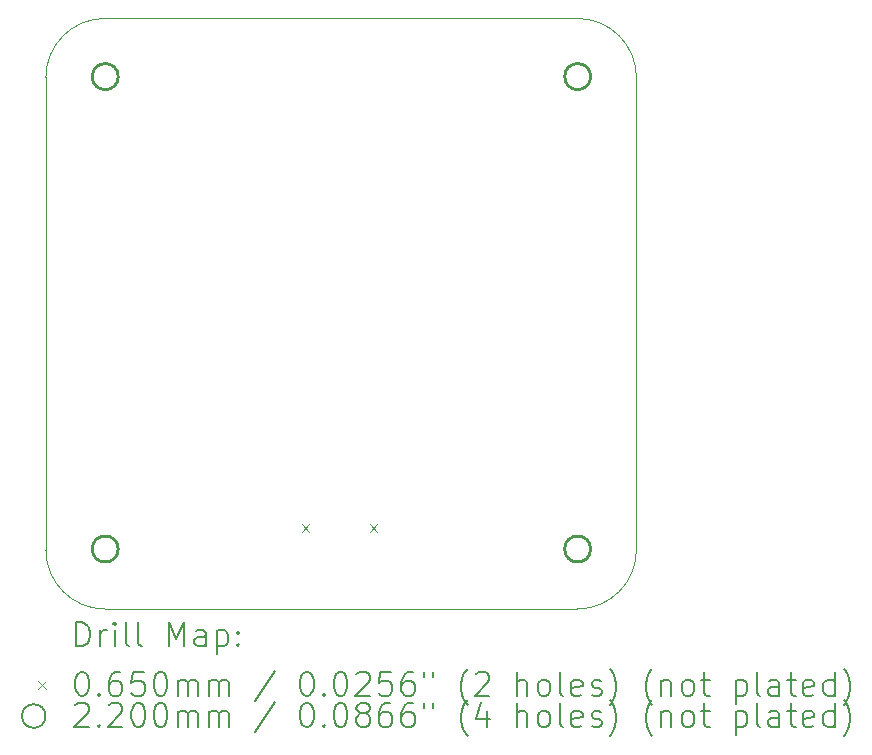
<source format=gbr>
%TF.GenerationSoftware,KiCad,Pcbnew,8.0.1*%
%TF.CreationDate,2025-02-17T15:06:25+05:00*%
%TF.ProjectId,brain_board,62726169-6e5f-4626-9f61-72642e6b6963,rev?*%
%TF.SameCoordinates,Original*%
%TF.FileFunction,Drillmap*%
%TF.FilePolarity,Positive*%
%FSLAX45Y45*%
G04 Gerber Fmt 4.5, Leading zero omitted, Abs format (unit mm)*
G04 Created by KiCad (PCBNEW 8.0.1) date 2025-02-17 15:06:25*
%MOMM*%
%LPD*%
G01*
G04 APERTURE LIST*
%ADD10C,0.050000*%
%ADD11C,0.200000*%
%ADD12C,0.100000*%
%ADD13C,0.220000*%
G04 APERTURE END LIST*
D10*
X13646248Y-6375000D02*
X17646248Y-6375000D01*
X18146248Y-10875000D02*
G75*
G02*
X17646248Y-11374998I-499998J0D01*
G01*
X13646248Y-11375000D02*
G75*
G02*
X13146250Y-10875000I2J500000D01*
G01*
X18146248Y-6875000D02*
X18146248Y-10875000D01*
X17646248Y-6375000D02*
G75*
G02*
X18146250Y-6875000I2J-500000D01*
G01*
X13146248Y-6875000D02*
G75*
G02*
X13646248Y-6374998I500002J0D01*
G01*
X13146248Y-10875000D02*
X13146248Y-6875000D01*
X17646248Y-11375000D02*
X13646248Y-11375000D01*
D11*
D12*
X15311000Y-10655000D02*
X15376000Y-10720000D01*
X15376000Y-10655000D02*
X15311000Y-10720000D01*
X15889000Y-10655000D02*
X15954000Y-10720000D01*
X15954000Y-10655000D02*
X15889000Y-10720000D01*
D13*
X13758748Y-6867500D02*
G75*
G02*
X13538748Y-6867500I-110000J0D01*
G01*
X13538748Y-6867500D02*
G75*
G02*
X13758748Y-6867500I110000J0D01*
G01*
X13758748Y-10867500D02*
G75*
G02*
X13538748Y-10867500I-110000J0D01*
G01*
X13538748Y-10867500D02*
G75*
G02*
X13758748Y-10867500I110000J0D01*
G01*
X17758748Y-6867500D02*
G75*
G02*
X17538748Y-6867500I-110000J0D01*
G01*
X17538748Y-6867500D02*
G75*
G02*
X17758748Y-6867500I110000J0D01*
G01*
X17758748Y-10867500D02*
G75*
G02*
X17538748Y-10867500I-110000J0D01*
G01*
X17538748Y-10867500D02*
G75*
G02*
X17758748Y-10867500I110000J0D01*
G01*
D11*
X13404525Y-11688984D02*
X13404525Y-11488984D01*
X13404525Y-11488984D02*
X13452144Y-11488984D01*
X13452144Y-11488984D02*
X13480715Y-11498508D01*
X13480715Y-11498508D02*
X13499763Y-11517555D01*
X13499763Y-11517555D02*
X13509287Y-11536603D01*
X13509287Y-11536603D02*
X13518810Y-11574698D01*
X13518810Y-11574698D02*
X13518810Y-11603269D01*
X13518810Y-11603269D02*
X13509287Y-11641365D01*
X13509287Y-11641365D02*
X13499763Y-11660412D01*
X13499763Y-11660412D02*
X13480715Y-11679460D01*
X13480715Y-11679460D02*
X13452144Y-11688984D01*
X13452144Y-11688984D02*
X13404525Y-11688984D01*
X13604525Y-11688984D02*
X13604525Y-11555650D01*
X13604525Y-11593746D02*
X13614048Y-11574698D01*
X13614048Y-11574698D02*
X13623572Y-11565174D01*
X13623572Y-11565174D02*
X13642620Y-11555650D01*
X13642620Y-11555650D02*
X13661668Y-11555650D01*
X13728334Y-11688984D02*
X13728334Y-11555650D01*
X13728334Y-11488984D02*
X13718810Y-11498508D01*
X13718810Y-11498508D02*
X13728334Y-11508031D01*
X13728334Y-11508031D02*
X13737858Y-11498508D01*
X13737858Y-11498508D02*
X13728334Y-11488984D01*
X13728334Y-11488984D02*
X13728334Y-11508031D01*
X13852144Y-11688984D02*
X13833096Y-11679460D01*
X13833096Y-11679460D02*
X13823572Y-11660412D01*
X13823572Y-11660412D02*
X13823572Y-11488984D01*
X13956906Y-11688984D02*
X13937858Y-11679460D01*
X13937858Y-11679460D02*
X13928334Y-11660412D01*
X13928334Y-11660412D02*
X13928334Y-11488984D01*
X14185477Y-11688984D02*
X14185477Y-11488984D01*
X14185477Y-11488984D02*
X14252144Y-11631841D01*
X14252144Y-11631841D02*
X14318810Y-11488984D01*
X14318810Y-11488984D02*
X14318810Y-11688984D01*
X14499763Y-11688984D02*
X14499763Y-11584222D01*
X14499763Y-11584222D02*
X14490239Y-11565174D01*
X14490239Y-11565174D02*
X14471191Y-11555650D01*
X14471191Y-11555650D02*
X14433096Y-11555650D01*
X14433096Y-11555650D02*
X14414048Y-11565174D01*
X14499763Y-11679460D02*
X14480715Y-11688984D01*
X14480715Y-11688984D02*
X14433096Y-11688984D01*
X14433096Y-11688984D02*
X14414048Y-11679460D01*
X14414048Y-11679460D02*
X14404525Y-11660412D01*
X14404525Y-11660412D02*
X14404525Y-11641365D01*
X14404525Y-11641365D02*
X14414048Y-11622317D01*
X14414048Y-11622317D02*
X14433096Y-11612793D01*
X14433096Y-11612793D02*
X14480715Y-11612793D01*
X14480715Y-11612793D02*
X14499763Y-11603269D01*
X14595001Y-11555650D02*
X14595001Y-11755650D01*
X14595001Y-11565174D02*
X14614048Y-11555650D01*
X14614048Y-11555650D02*
X14652144Y-11555650D01*
X14652144Y-11555650D02*
X14671191Y-11565174D01*
X14671191Y-11565174D02*
X14680715Y-11574698D01*
X14680715Y-11574698D02*
X14690239Y-11593746D01*
X14690239Y-11593746D02*
X14690239Y-11650888D01*
X14690239Y-11650888D02*
X14680715Y-11669936D01*
X14680715Y-11669936D02*
X14671191Y-11679460D01*
X14671191Y-11679460D02*
X14652144Y-11688984D01*
X14652144Y-11688984D02*
X14614048Y-11688984D01*
X14614048Y-11688984D02*
X14595001Y-11679460D01*
X14775953Y-11669936D02*
X14785477Y-11679460D01*
X14785477Y-11679460D02*
X14775953Y-11688984D01*
X14775953Y-11688984D02*
X14766429Y-11679460D01*
X14766429Y-11679460D02*
X14775953Y-11669936D01*
X14775953Y-11669936D02*
X14775953Y-11688984D01*
X14775953Y-11565174D02*
X14785477Y-11574698D01*
X14785477Y-11574698D02*
X14775953Y-11584222D01*
X14775953Y-11584222D02*
X14766429Y-11574698D01*
X14766429Y-11574698D02*
X14775953Y-11565174D01*
X14775953Y-11565174D02*
X14775953Y-11584222D01*
D12*
X13078748Y-11985000D02*
X13143748Y-12050000D01*
X13143748Y-11985000D02*
X13078748Y-12050000D01*
D11*
X13442620Y-11908984D02*
X13461668Y-11908984D01*
X13461668Y-11908984D02*
X13480715Y-11918508D01*
X13480715Y-11918508D02*
X13490239Y-11928031D01*
X13490239Y-11928031D02*
X13499763Y-11947079D01*
X13499763Y-11947079D02*
X13509287Y-11985174D01*
X13509287Y-11985174D02*
X13509287Y-12032793D01*
X13509287Y-12032793D02*
X13499763Y-12070888D01*
X13499763Y-12070888D02*
X13490239Y-12089936D01*
X13490239Y-12089936D02*
X13480715Y-12099460D01*
X13480715Y-12099460D02*
X13461668Y-12108984D01*
X13461668Y-12108984D02*
X13442620Y-12108984D01*
X13442620Y-12108984D02*
X13423572Y-12099460D01*
X13423572Y-12099460D02*
X13414048Y-12089936D01*
X13414048Y-12089936D02*
X13404525Y-12070888D01*
X13404525Y-12070888D02*
X13395001Y-12032793D01*
X13395001Y-12032793D02*
X13395001Y-11985174D01*
X13395001Y-11985174D02*
X13404525Y-11947079D01*
X13404525Y-11947079D02*
X13414048Y-11928031D01*
X13414048Y-11928031D02*
X13423572Y-11918508D01*
X13423572Y-11918508D02*
X13442620Y-11908984D01*
X13595001Y-12089936D02*
X13604525Y-12099460D01*
X13604525Y-12099460D02*
X13595001Y-12108984D01*
X13595001Y-12108984D02*
X13585477Y-12099460D01*
X13585477Y-12099460D02*
X13595001Y-12089936D01*
X13595001Y-12089936D02*
X13595001Y-12108984D01*
X13775953Y-11908984D02*
X13737858Y-11908984D01*
X13737858Y-11908984D02*
X13718810Y-11918508D01*
X13718810Y-11918508D02*
X13709287Y-11928031D01*
X13709287Y-11928031D02*
X13690239Y-11956603D01*
X13690239Y-11956603D02*
X13680715Y-11994698D01*
X13680715Y-11994698D02*
X13680715Y-12070888D01*
X13680715Y-12070888D02*
X13690239Y-12089936D01*
X13690239Y-12089936D02*
X13699763Y-12099460D01*
X13699763Y-12099460D02*
X13718810Y-12108984D01*
X13718810Y-12108984D02*
X13756906Y-12108984D01*
X13756906Y-12108984D02*
X13775953Y-12099460D01*
X13775953Y-12099460D02*
X13785477Y-12089936D01*
X13785477Y-12089936D02*
X13795001Y-12070888D01*
X13795001Y-12070888D02*
X13795001Y-12023269D01*
X13795001Y-12023269D02*
X13785477Y-12004222D01*
X13785477Y-12004222D02*
X13775953Y-11994698D01*
X13775953Y-11994698D02*
X13756906Y-11985174D01*
X13756906Y-11985174D02*
X13718810Y-11985174D01*
X13718810Y-11985174D02*
X13699763Y-11994698D01*
X13699763Y-11994698D02*
X13690239Y-12004222D01*
X13690239Y-12004222D02*
X13680715Y-12023269D01*
X13975953Y-11908984D02*
X13880715Y-11908984D01*
X13880715Y-11908984D02*
X13871191Y-12004222D01*
X13871191Y-12004222D02*
X13880715Y-11994698D01*
X13880715Y-11994698D02*
X13899763Y-11985174D01*
X13899763Y-11985174D02*
X13947382Y-11985174D01*
X13947382Y-11985174D02*
X13966429Y-11994698D01*
X13966429Y-11994698D02*
X13975953Y-12004222D01*
X13975953Y-12004222D02*
X13985477Y-12023269D01*
X13985477Y-12023269D02*
X13985477Y-12070888D01*
X13985477Y-12070888D02*
X13975953Y-12089936D01*
X13975953Y-12089936D02*
X13966429Y-12099460D01*
X13966429Y-12099460D02*
X13947382Y-12108984D01*
X13947382Y-12108984D02*
X13899763Y-12108984D01*
X13899763Y-12108984D02*
X13880715Y-12099460D01*
X13880715Y-12099460D02*
X13871191Y-12089936D01*
X14109287Y-11908984D02*
X14128334Y-11908984D01*
X14128334Y-11908984D02*
X14147382Y-11918508D01*
X14147382Y-11918508D02*
X14156906Y-11928031D01*
X14156906Y-11928031D02*
X14166429Y-11947079D01*
X14166429Y-11947079D02*
X14175953Y-11985174D01*
X14175953Y-11985174D02*
X14175953Y-12032793D01*
X14175953Y-12032793D02*
X14166429Y-12070888D01*
X14166429Y-12070888D02*
X14156906Y-12089936D01*
X14156906Y-12089936D02*
X14147382Y-12099460D01*
X14147382Y-12099460D02*
X14128334Y-12108984D01*
X14128334Y-12108984D02*
X14109287Y-12108984D01*
X14109287Y-12108984D02*
X14090239Y-12099460D01*
X14090239Y-12099460D02*
X14080715Y-12089936D01*
X14080715Y-12089936D02*
X14071191Y-12070888D01*
X14071191Y-12070888D02*
X14061668Y-12032793D01*
X14061668Y-12032793D02*
X14061668Y-11985174D01*
X14061668Y-11985174D02*
X14071191Y-11947079D01*
X14071191Y-11947079D02*
X14080715Y-11928031D01*
X14080715Y-11928031D02*
X14090239Y-11918508D01*
X14090239Y-11918508D02*
X14109287Y-11908984D01*
X14261668Y-12108984D02*
X14261668Y-11975650D01*
X14261668Y-11994698D02*
X14271191Y-11985174D01*
X14271191Y-11985174D02*
X14290239Y-11975650D01*
X14290239Y-11975650D02*
X14318810Y-11975650D01*
X14318810Y-11975650D02*
X14337858Y-11985174D01*
X14337858Y-11985174D02*
X14347382Y-12004222D01*
X14347382Y-12004222D02*
X14347382Y-12108984D01*
X14347382Y-12004222D02*
X14356906Y-11985174D01*
X14356906Y-11985174D02*
X14375953Y-11975650D01*
X14375953Y-11975650D02*
X14404525Y-11975650D01*
X14404525Y-11975650D02*
X14423572Y-11985174D01*
X14423572Y-11985174D02*
X14433096Y-12004222D01*
X14433096Y-12004222D02*
X14433096Y-12108984D01*
X14528334Y-12108984D02*
X14528334Y-11975650D01*
X14528334Y-11994698D02*
X14537858Y-11985174D01*
X14537858Y-11985174D02*
X14556906Y-11975650D01*
X14556906Y-11975650D02*
X14585477Y-11975650D01*
X14585477Y-11975650D02*
X14604525Y-11985174D01*
X14604525Y-11985174D02*
X14614049Y-12004222D01*
X14614049Y-12004222D02*
X14614049Y-12108984D01*
X14614049Y-12004222D02*
X14623572Y-11985174D01*
X14623572Y-11985174D02*
X14642620Y-11975650D01*
X14642620Y-11975650D02*
X14671191Y-11975650D01*
X14671191Y-11975650D02*
X14690239Y-11985174D01*
X14690239Y-11985174D02*
X14699763Y-12004222D01*
X14699763Y-12004222D02*
X14699763Y-12108984D01*
X15090239Y-11899460D02*
X14918811Y-12156603D01*
X15347382Y-11908984D02*
X15366430Y-11908984D01*
X15366430Y-11908984D02*
X15385477Y-11918508D01*
X15385477Y-11918508D02*
X15395001Y-11928031D01*
X15395001Y-11928031D02*
X15404525Y-11947079D01*
X15404525Y-11947079D02*
X15414049Y-11985174D01*
X15414049Y-11985174D02*
X15414049Y-12032793D01*
X15414049Y-12032793D02*
X15404525Y-12070888D01*
X15404525Y-12070888D02*
X15395001Y-12089936D01*
X15395001Y-12089936D02*
X15385477Y-12099460D01*
X15385477Y-12099460D02*
X15366430Y-12108984D01*
X15366430Y-12108984D02*
X15347382Y-12108984D01*
X15347382Y-12108984D02*
X15328334Y-12099460D01*
X15328334Y-12099460D02*
X15318811Y-12089936D01*
X15318811Y-12089936D02*
X15309287Y-12070888D01*
X15309287Y-12070888D02*
X15299763Y-12032793D01*
X15299763Y-12032793D02*
X15299763Y-11985174D01*
X15299763Y-11985174D02*
X15309287Y-11947079D01*
X15309287Y-11947079D02*
X15318811Y-11928031D01*
X15318811Y-11928031D02*
X15328334Y-11918508D01*
X15328334Y-11918508D02*
X15347382Y-11908984D01*
X15499763Y-12089936D02*
X15509287Y-12099460D01*
X15509287Y-12099460D02*
X15499763Y-12108984D01*
X15499763Y-12108984D02*
X15490239Y-12099460D01*
X15490239Y-12099460D02*
X15499763Y-12089936D01*
X15499763Y-12089936D02*
X15499763Y-12108984D01*
X15633096Y-11908984D02*
X15652144Y-11908984D01*
X15652144Y-11908984D02*
X15671192Y-11918508D01*
X15671192Y-11918508D02*
X15680715Y-11928031D01*
X15680715Y-11928031D02*
X15690239Y-11947079D01*
X15690239Y-11947079D02*
X15699763Y-11985174D01*
X15699763Y-11985174D02*
X15699763Y-12032793D01*
X15699763Y-12032793D02*
X15690239Y-12070888D01*
X15690239Y-12070888D02*
X15680715Y-12089936D01*
X15680715Y-12089936D02*
X15671192Y-12099460D01*
X15671192Y-12099460D02*
X15652144Y-12108984D01*
X15652144Y-12108984D02*
X15633096Y-12108984D01*
X15633096Y-12108984D02*
X15614049Y-12099460D01*
X15614049Y-12099460D02*
X15604525Y-12089936D01*
X15604525Y-12089936D02*
X15595001Y-12070888D01*
X15595001Y-12070888D02*
X15585477Y-12032793D01*
X15585477Y-12032793D02*
X15585477Y-11985174D01*
X15585477Y-11985174D02*
X15595001Y-11947079D01*
X15595001Y-11947079D02*
X15604525Y-11928031D01*
X15604525Y-11928031D02*
X15614049Y-11918508D01*
X15614049Y-11918508D02*
X15633096Y-11908984D01*
X15775953Y-11928031D02*
X15785477Y-11918508D01*
X15785477Y-11918508D02*
X15804525Y-11908984D01*
X15804525Y-11908984D02*
X15852144Y-11908984D01*
X15852144Y-11908984D02*
X15871192Y-11918508D01*
X15871192Y-11918508D02*
X15880715Y-11928031D01*
X15880715Y-11928031D02*
X15890239Y-11947079D01*
X15890239Y-11947079D02*
X15890239Y-11966127D01*
X15890239Y-11966127D02*
X15880715Y-11994698D01*
X15880715Y-11994698D02*
X15766430Y-12108984D01*
X15766430Y-12108984D02*
X15890239Y-12108984D01*
X16071192Y-11908984D02*
X15975953Y-11908984D01*
X15975953Y-11908984D02*
X15966430Y-12004222D01*
X15966430Y-12004222D02*
X15975953Y-11994698D01*
X15975953Y-11994698D02*
X15995001Y-11985174D01*
X15995001Y-11985174D02*
X16042620Y-11985174D01*
X16042620Y-11985174D02*
X16061668Y-11994698D01*
X16061668Y-11994698D02*
X16071192Y-12004222D01*
X16071192Y-12004222D02*
X16080715Y-12023269D01*
X16080715Y-12023269D02*
X16080715Y-12070888D01*
X16080715Y-12070888D02*
X16071192Y-12089936D01*
X16071192Y-12089936D02*
X16061668Y-12099460D01*
X16061668Y-12099460D02*
X16042620Y-12108984D01*
X16042620Y-12108984D02*
X15995001Y-12108984D01*
X15995001Y-12108984D02*
X15975953Y-12099460D01*
X15975953Y-12099460D02*
X15966430Y-12089936D01*
X16252144Y-11908984D02*
X16214049Y-11908984D01*
X16214049Y-11908984D02*
X16195001Y-11918508D01*
X16195001Y-11918508D02*
X16185477Y-11928031D01*
X16185477Y-11928031D02*
X16166430Y-11956603D01*
X16166430Y-11956603D02*
X16156906Y-11994698D01*
X16156906Y-11994698D02*
X16156906Y-12070888D01*
X16156906Y-12070888D02*
X16166430Y-12089936D01*
X16166430Y-12089936D02*
X16175953Y-12099460D01*
X16175953Y-12099460D02*
X16195001Y-12108984D01*
X16195001Y-12108984D02*
X16233096Y-12108984D01*
X16233096Y-12108984D02*
X16252144Y-12099460D01*
X16252144Y-12099460D02*
X16261668Y-12089936D01*
X16261668Y-12089936D02*
X16271192Y-12070888D01*
X16271192Y-12070888D02*
X16271192Y-12023269D01*
X16271192Y-12023269D02*
X16261668Y-12004222D01*
X16261668Y-12004222D02*
X16252144Y-11994698D01*
X16252144Y-11994698D02*
X16233096Y-11985174D01*
X16233096Y-11985174D02*
X16195001Y-11985174D01*
X16195001Y-11985174D02*
X16175953Y-11994698D01*
X16175953Y-11994698D02*
X16166430Y-12004222D01*
X16166430Y-12004222D02*
X16156906Y-12023269D01*
X16347382Y-11908984D02*
X16347382Y-11947079D01*
X16423573Y-11908984D02*
X16423573Y-11947079D01*
X16718811Y-12185174D02*
X16709287Y-12175650D01*
X16709287Y-12175650D02*
X16690239Y-12147079D01*
X16690239Y-12147079D02*
X16680715Y-12128031D01*
X16680715Y-12128031D02*
X16671192Y-12099460D01*
X16671192Y-12099460D02*
X16661668Y-12051841D01*
X16661668Y-12051841D02*
X16661668Y-12013746D01*
X16661668Y-12013746D02*
X16671192Y-11966127D01*
X16671192Y-11966127D02*
X16680715Y-11937555D01*
X16680715Y-11937555D02*
X16690239Y-11918508D01*
X16690239Y-11918508D02*
X16709287Y-11889936D01*
X16709287Y-11889936D02*
X16718811Y-11880412D01*
X16785477Y-11928031D02*
X16795001Y-11918508D01*
X16795001Y-11918508D02*
X16814049Y-11908984D01*
X16814049Y-11908984D02*
X16861668Y-11908984D01*
X16861668Y-11908984D02*
X16880716Y-11918508D01*
X16880716Y-11918508D02*
X16890239Y-11928031D01*
X16890239Y-11928031D02*
X16899763Y-11947079D01*
X16899763Y-11947079D02*
X16899763Y-11966127D01*
X16899763Y-11966127D02*
X16890239Y-11994698D01*
X16890239Y-11994698D02*
X16775954Y-12108984D01*
X16775954Y-12108984D02*
X16899763Y-12108984D01*
X17137858Y-12108984D02*
X17137858Y-11908984D01*
X17223573Y-12108984D02*
X17223573Y-12004222D01*
X17223573Y-12004222D02*
X17214049Y-11985174D01*
X17214049Y-11985174D02*
X17195001Y-11975650D01*
X17195001Y-11975650D02*
X17166430Y-11975650D01*
X17166430Y-11975650D02*
X17147382Y-11985174D01*
X17147382Y-11985174D02*
X17137858Y-11994698D01*
X17347382Y-12108984D02*
X17328335Y-12099460D01*
X17328335Y-12099460D02*
X17318811Y-12089936D01*
X17318811Y-12089936D02*
X17309287Y-12070888D01*
X17309287Y-12070888D02*
X17309287Y-12013746D01*
X17309287Y-12013746D02*
X17318811Y-11994698D01*
X17318811Y-11994698D02*
X17328335Y-11985174D01*
X17328335Y-11985174D02*
X17347382Y-11975650D01*
X17347382Y-11975650D02*
X17375954Y-11975650D01*
X17375954Y-11975650D02*
X17395001Y-11985174D01*
X17395001Y-11985174D02*
X17404525Y-11994698D01*
X17404525Y-11994698D02*
X17414049Y-12013746D01*
X17414049Y-12013746D02*
X17414049Y-12070888D01*
X17414049Y-12070888D02*
X17404525Y-12089936D01*
X17404525Y-12089936D02*
X17395001Y-12099460D01*
X17395001Y-12099460D02*
X17375954Y-12108984D01*
X17375954Y-12108984D02*
X17347382Y-12108984D01*
X17528335Y-12108984D02*
X17509287Y-12099460D01*
X17509287Y-12099460D02*
X17499763Y-12080412D01*
X17499763Y-12080412D02*
X17499763Y-11908984D01*
X17680716Y-12099460D02*
X17661668Y-12108984D01*
X17661668Y-12108984D02*
X17623573Y-12108984D01*
X17623573Y-12108984D02*
X17604525Y-12099460D01*
X17604525Y-12099460D02*
X17595001Y-12080412D01*
X17595001Y-12080412D02*
X17595001Y-12004222D01*
X17595001Y-12004222D02*
X17604525Y-11985174D01*
X17604525Y-11985174D02*
X17623573Y-11975650D01*
X17623573Y-11975650D02*
X17661668Y-11975650D01*
X17661668Y-11975650D02*
X17680716Y-11985174D01*
X17680716Y-11985174D02*
X17690239Y-12004222D01*
X17690239Y-12004222D02*
X17690239Y-12023269D01*
X17690239Y-12023269D02*
X17595001Y-12042317D01*
X17766430Y-12099460D02*
X17785478Y-12108984D01*
X17785478Y-12108984D02*
X17823573Y-12108984D01*
X17823573Y-12108984D02*
X17842620Y-12099460D01*
X17842620Y-12099460D02*
X17852144Y-12080412D01*
X17852144Y-12080412D02*
X17852144Y-12070888D01*
X17852144Y-12070888D02*
X17842620Y-12051841D01*
X17842620Y-12051841D02*
X17823573Y-12042317D01*
X17823573Y-12042317D02*
X17795001Y-12042317D01*
X17795001Y-12042317D02*
X17775954Y-12032793D01*
X17775954Y-12032793D02*
X17766430Y-12013746D01*
X17766430Y-12013746D02*
X17766430Y-12004222D01*
X17766430Y-12004222D02*
X17775954Y-11985174D01*
X17775954Y-11985174D02*
X17795001Y-11975650D01*
X17795001Y-11975650D02*
X17823573Y-11975650D01*
X17823573Y-11975650D02*
X17842620Y-11985174D01*
X17918811Y-12185174D02*
X17928335Y-12175650D01*
X17928335Y-12175650D02*
X17947382Y-12147079D01*
X17947382Y-12147079D02*
X17956906Y-12128031D01*
X17956906Y-12128031D02*
X17966430Y-12099460D01*
X17966430Y-12099460D02*
X17975954Y-12051841D01*
X17975954Y-12051841D02*
X17975954Y-12013746D01*
X17975954Y-12013746D02*
X17966430Y-11966127D01*
X17966430Y-11966127D02*
X17956906Y-11937555D01*
X17956906Y-11937555D02*
X17947382Y-11918508D01*
X17947382Y-11918508D02*
X17928335Y-11889936D01*
X17928335Y-11889936D02*
X17918811Y-11880412D01*
X18280716Y-12185174D02*
X18271192Y-12175650D01*
X18271192Y-12175650D02*
X18252144Y-12147079D01*
X18252144Y-12147079D02*
X18242620Y-12128031D01*
X18242620Y-12128031D02*
X18233097Y-12099460D01*
X18233097Y-12099460D02*
X18223573Y-12051841D01*
X18223573Y-12051841D02*
X18223573Y-12013746D01*
X18223573Y-12013746D02*
X18233097Y-11966127D01*
X18233097Y-11966127D02*
X18242620Y-11937555D01*
X18242620Y-11937555D02*
X18252144Y-11918508D01*
X18252144Y-11918508D02*
X18271192Y-11889936D01*
X18271192Y-11889936D02*
X18280716Y-11880412D01*
X18356906Y-11975650D02*
X18356906Y-12108984D01*
X18356906Y-11994698D02*
X18366430Y-11985174D01*
X18366430Y-11985174D02*
X18385478Y-11975650D01*
X18385478Y-11975650D02*
X18414049Y-11975650D01*
X18414049Y-11975650D02*
X18433097Y-11985174D01*
X18433097Y-11985174D02*
X18442620Y-12004222D01*
X18442620Y-12004222D02*
X18442620Y-12108984D01*
X18566430Y-12108984D02*
X18547382Y-12099460D01*
X18547382Y-12099460D02*
X18537859Y-12089936D01*
X18537859Y-12089936D02*
X18528335Y-12070888D01*
X18528335Y-12070888D02*
X18528335Y-12013746D01*
X18528335Y-12013746D02*
X18537859Y-11994698D01*
X18537859Y-11994698D02*
X18547382Y-11985174D01*
X18547382Y-11985174D02*
X18566430Y-11975650D01*
X18566430Y-11975650D02*
X18595001Y-11975650D01*
X18595001Y-11975650D02*
X18614049Y-11985174D01*
X18614049Y-11985174D02*
X18623573Y-11994698D01*
X18623573Y-11994698D02*
X18633097Y-12013746D01*
X18633097Y-12013746D02*
X18633097Y-12070888D01*
X18633097Y-12070888D02*
X18623573Y-12089936D01*
X18623573Y-12089936D02*
X18614049Y-12099460D01*
X18614049Y-12099460D02*
X18595001Y-12108984D01*
X18595001Y-12108984D02*
X18566430Y-12108984D01*
X18690240Y-11975650D02*
X18766430Y-11975650D01*
X18718811Y-11908984D02*
X18718811Y-12080412D01*
X18718811Y-12080412D02*
X18728335Y-12099460D01*
X18728335Y-12099460D02*
X18747382Y-12108984D01*
X18747382Y-12108984D02*
X18766430Y-12108984D01*
X18985478Y-11975650D02*
X18985478Y-12175650D01*
X18985478Y-11985174D02*
X19004525Y-11975650D01*
X19004525Y-11975650D02*
X19042621Y-11975650D01*
X19042621Y-11975650D02*
X19061668Y-11985174D01*
X19061668Y-11985174D02*
X19071192Y-11994698D01*
X19071192Y-11994698D02*
X19080716Y-12013746D01*
X19080716Y-12013746D02*
X19080716Y-12070888D01*
X19080716Y-12070888D02*
X19071192Y-12089936D01*
X19071192Y-12089936D02*
X19061668Y-12099460D01*
X19061668Y-12099460D02*
X19042621Y-12108984D01*
X19042621Y-12108984D02*
X19004525Y-12108984D01*
X19004525Y-12108984D02*
X18985478Y-12099460D01*
X19195001Y-12108984D02*
X19175954Y-12099460D01*
X19175954Y-12099460D02*
X19166430Y-12080412D01*
X19166430Y-12080412D02*
X19166430Y-11908984D01*
X19356906Y-12108984D02*
X19356906Y-12004222D01*
X19356906Y-12004222D02*
X19347382Y-11985174D01*
X19347382Y-11985174D02*
X19328335Y-11975650D01*
X19328335Y-11975650D02*
X19290240Y-11975650D01*
X19290240Y-11975650D02*
X19271192Y-11985174D01*
X19356906Y-12099460D02*
X19337859Y-12108984D01*
X19337859Y-12108984D02*
X19290240Y-12108984D01*
X19290240Y-12108984D02*
X19271192Y-12099460D01*
X19271192Y-12099460D02*
X19261668Y-12080412D01*
X19261668Y-12080412D02*
X19261668Y-12061365D01*
X19261668Y-12061365D02*
X19271192Y-12042317D01*
X19271192Y-12042317D02*
X19290240Y-12032793D01*
X19290240Y-12032793D02*
X19337859Y-12032793D01*
X19337859Y-12032793D02*
X19356906Y-12023269D01*
X19423573Y-11975650D02*
X19499763Y-11975650D01*
X19452144Y-11908984D02*
X19452144Y-12080412D01*
X19452144Y-12080412D02*
X19461668Y-12099460D01*
X19461668Y-12099460D02*
X19480716Y-12108984D01*
X19480716Y-12108984D02*
X19499763Y-12108984D01*
X19642621Y-12099460D02*
X19623573Y-12108984D01*
X19623573Y-12108984D02*
X19585478Y-12108984D01*
X19585478Y-12108984D02*
X19566430Y-12099460D01*
X19566430Y-12099460D02*
X19556906Y-12080412D01*
X19556906Y-12080412D02*
X19556906Y-12004222D01*
X19556906Y-12004222D02*
X19566430Y-11985174D01*
X19566430Y-11985174D02*
X19585478Y-11975650D01*
X19585478Y-11975650D02*
X19623573Y-11975650D01*
X19623573Y-11975650D02*
X19642621Y-11985174D01*
X19642621Y-11985174D02*
X19652144Y-12004222D01*
X19652144Y-12004222D02*
X19652144Y-12023269D01*
X19652144Y-12023269D02*
X19556906Y-12042317D01*
X19823573Y-12108984D02*
X19823573Y-11908984D01*
X19823573Y-12099460D02*
X19804525Y-12108984D01*
X19804525Y-12108984D02*
X19766430Y-12108984D01*
X19766430Y-12108984D02*
X19747382Y-12099460D01*
X19747382Y-12099460D02*
X19737859Y-12089936D01*
X19737859Y-12089936D02*
X19728335Y-12070888D01*
X19728335Y-12070888D02*
X19728335Y-12013746D01*
X19728335Y-12013746D02*
X19737859Y-11994698D01*
X19737859Y-11994698D02*
X19747382Y-11985174D01*
X19747382Y-11985174D02*
X19766430Y-11975650D01*
X19766430Y-11975650D02*
X19804525Y-11975650D01*
X19804525Y-11975650D02*
X19823573Y-11985174D01*
X19899763Y-12185174D02*
X19909287Y-12175650D01*
X19909287Y-12175650D02*
X19928335Y-12147079D01*
X19928335Y-12147079D02*
X19937859Y-12128031D01*
X19937859Y-12128031D02*
X19947382Y-12099460D01*
X19947382Y-12099460D02*
X19956906Y-12051841D01*
X19956906Y-12051841D02*
X19956906Y-12013746D01*
X19956906Y-12013746D02*
X19947382Y-11966127D01*
X19947382Y-11966127D02*
X19937859Y-11937555D01*
X19937859Y-11937555D02*
X19928335Y-11918508D01*
X19928335Y-11918508D02*
X19909287Y-11889936D01*
X19909287Y-11889936D02*
X19899763Y-11880412D01*
X13143748Y-12281500D02*
G75*
G02*
X12943748Y-12281500I-100000J0D01*
G01*
X12943748Y-12281500D02*
G75*
G02*
X13143748Y-12281500I100000J0D01*
G01*
X13395001Y-12192031D02*
X13404525Y-12182508D01*
X13404525Y-12182508D02*
X13423572Y-12172984D01*
X13423572Y-12172984D02*
X13471191Y-12172984D01*
X13471191Y-12172984D02*
X13490239Y-12182508D01*
X13490239Y-12182508D02*
X13499763Y-12192031D01*
X13499763Y-12192031D02*
X13509287Y-12211079D01*
X13509287Y-12211079D02*
X13509287Y-12230127D01*
X13509287Y-12230127D02*
X13499763Y-12258698D01*
X13499763Y-12258698D02*
X13385477Y-12372984D01*
X13385477Y-12372984D02*
X13509287Y-12372984D01*
X13595001Y-12353936D02*
X13604525Y-12363460D01*
X13604525Y-12363460D02*
X13595001Y-12372984D01*
X13595001Y-12372984D02*
X13585477Y-12363460D01*
X13585477Y-12363460D02*
X13595001Y-12353936D01*
X13595001Y-12353936D02*
X13595001Y-12372984D01*
X13680715Y-12192031D02*
X13690239Y-12182508D01*
X13690239Y-12182508D02*
X13709287Y-12172984D01*
X13709287Y-12172984D02*
X13756906Y-12172984D01*
X13756906Y-12172984D02*
X13775953Y-12182508D01*
X13775953Y-12182508D02*
X13785477Y-12192031D01*
X13785477Y-12192031D02*
X13795001Y-12211079D01*
X13795001Y-12211079D02*
X13795001Y-12230127D01*
X13795001Y-12230127D02*
X13785477Y-12258698D01*
X13785477Y-12258698D02*
X13671191Y-12372984D01*
X13671191Y-12372984D02*
X13795001Y-12372984D01*
X13918810Y-12172984D02*
X13937858Y-12172984D01*
X13937858Y-12172984D02*
X13956906Y-12182508D01*
X13956906Y-12182508D02*
X13966429Y-12192031D01*
X13966429Y-12192031D02*
X13975953Y-12211079D01*
X13975953Y-12211079D02*
X13985477Y-12249174D01*
X13985477Y-12249174D02*
X13985477Y-12296793D01*
X13985477Y-12296793D02*
X13975953Y-12334888D01*
X13975953Y-12334888D02*
X13966429Y-12353936D01*
X13966429Y-12353936D02*
X13956906Y-12363460D01*
X13956906Y-12363460D02*
X13937858Y-12372984D01*
X13937858Y-12372984D02*
X13918810Y-12372984D01*
X13918810Y-12372984D02*
X13899763Y-12363460D01*
X13899763Y-12363460D02*
X13890239Y-12353936D01*
X13890239Y-12353936D02*
X13880715Y-12334888D01*
X13880715Y-12334888D02*
X13871191Y-12296793D01*
X13871191Y-12296793D02*
X13871191Y-12249174D01*
X13871191Y-12249174D02*
X13880715Y-12211079D01*
X13880715Y-12211079D02*
X13890239Y-12192031D01*
X13890239Y-12192031D02*
X13899763Y-12182508D01*
X13899763Y-12182508D02*
X13918810Y-12172984D01*
X14109287Y-12172984D02*
X14128334Y-12172984D01*
X14128334Y-12172984D02*
X14147382Y-12182508D01*
X14147382Y-12182508D02*
X14156906Y-12192031D01*
X14156906Y-12192031D02*
X14166429Y-12211079D01*
X14166429Y-12211079D02*
X14175953Y-12249174D01*
X14175953Y-12249174D02*
X14175953Y-12296793D01*
X14175953Y-12296793D02*
X14166429Y-12334888D01*
X14166429Y-12334888D02*
X14156906Y-12353936D01*
X14156906Y-12353936D02*
X14147382Y-12363460D01*
X14147382Y-12363460D02*
X14128334Y-12372984D01*
X14128334Y-12372984D02*
X14109287Y-12372984D01*
X14109287Y-12372984D02*
X14090239Y-12363460D01*
X14090239Y-12363460D02*
X14080715Y-12353936D01*
X14080715Y-12353936D02*
X14071191Y-12334888D01*
X14071191Y-12334888D02*
X14061668Y-12296793D01*
X14061668Y-12296793D02*
X14061668Y-12249174D01*
X14061668Y-12249174D02*
X14071191Y-12211079D01*
X14071191Y-12211079D02*
X14080715Y-12192031D01*
X14080715Y-12192031D02*
X14090239Y-12182508D01*
X14090239Y-12182508D02*
X14109287Y-12172984D01*
X14261668Y-12372984D02*
X14261668Y-12239650D01*
X14261668Y-12258698D02*
X14271191Y-12249174D01*
X14271191Y-12249174D02*
X14290239Y-12239650D01*
X14290239Y-12239650D02*
X14318810Y-12239650D01*
X14318810Y-12239650D02*
X14337858Y-12249174D01*
X14337858Y-12249174D02*
X14347382Y-12268222D01*
X14347382Y-12268222D02*
X14347382Y-12372984D01*
X14347382Y-12268222D02*
X14356906Y-12249174D01*
X14356906Y-12249174D02*
X14375953Y-12239650D01*
X14375953Y-12239650D02*
X14404525Y-12239650D01*
X14404525Y-12239650D02*
X14423572Y-12249174D01*
X14423572Y-12249174D02*
X14433096Y-12268222D01*
X14433096Y-12268222D02*
X14433096Y-12372984D01*
X14528334Y-12372984D02*
X14528334Y-12239650D01*
X14528334Y-12258698D02*
X14537858Y-12249174D01*
X14537858Y-12249174D02*
X14556906Y-12239650D01*
X14556906Y-12239650D02*
X14585477Y-12239650D01*
X14585477Y-12239650D02*
X14604525Y-12249174D01*
X14604525Y-12249174D02*
X14614049Y-12268222D01*
X14614049Y-12268222D02*
X14614049Y-12372984D01*
X14614049Y-12268222D02*
X14623572Y-12249174D01*
X14623572Y-12249174D02*
X14642620Y-12239650D01*
X14642620Y-12239650D02*
X14671191Y-12239650D01*
X14671191Y-12239650D02*
X14690239Y-12249174D01*
X14690239Y-12249174D02*
X14699763Y-12268222D01*
X14699763Y-12268222D02*
X14699763Y-12372984D01*
X15090239Y-12163460D02*
X14918811Y-12420603D01*
X15347382Y-12172984D02*
X15366430Y-12172984D01*
X15366430Y-12172984D02*
X15385477Y-12182508D01*
X15385477Y-12182508D02*
X15395001Y-12192031D01*
X15395001Y-12192031D02*
X15404525Y-12211079D01*
X15404525Y-12211079D02*
X15414049Y-12249174D01*
X15414049Y-12249174D02*
X15414049Y-12296793D01*
X15414049Y-12296793D02*
X15404525Y-12334888D01*
X15404525Y-12334888D02*
X15395001Y-12353936D01*
X15395001Y-12353936D02*
X15385477Y-12363460D01*
X15385477Y-12363460D02*
X15366430Y-12372984D01*
X15366430Y-12372984D02*
X15347382Y-12372984D01*
X15347382Y-12372984D02*
X15328334Y-12363460D01*
X15328334Y-12363460D02*
X15318811Y-12353936D01*
X15318811Y-12353936D02*
X15309287Y-12334888D01*
X15309287Y-12334888D02*
X15299763Y-12296793D01*
X15299763Y-12296793D02*
X15299763Y-12249174D01*
X15299763Y-12249174D02*
X15309287Y-12211079D01*
X15309287Y-12211079D02*
X15318811Y-12192031D01*
X15318811Y-12192031D02*
X15328334Y-12182508D01*
X15328334Y-12182508D02*
X15347382Y-12172984D01*
X15499763Y-12353936D02*
X15509287Y-12363460D01*
X15509287Y-12363460D02*
X15499763Y-12372984D01*
X15499763Y-12372984D02*
X15490239Y-12363460D01*
X15490239Y-12363460D02*
X15499763Y-12353936D01*
X15499763Y-12353936D02*
X15499763Y-12372984D01*
X15633096Y-12172984D02*
X15652144Y-12172984D01*
X15652144Y-12172984D02*
X15671192Y-12182508D01*
X15671192Y-12182508D02*
X15680715Y-12192031D01*
X15680715Y-12192031D02*
X15690239Y-12211079D01*
X15690239Y-12211079D02*
X15699763Y-12249174D01*
X15699763Y-12249174D02*
X15699763Y-12296793D01*
X15699763Y-12296793D02*
X15690239Y-12334888D01*
X15690239Y-12334888D02*
X15680715Y-12353936D01*
X15680715Y-12353936D02*
X15671192Y-12363460D01*
X15671192Y-12363460D02*
X15652144Y-12372984D01*
X15652144Y-12372984D02*
X15633096Y-12372984D01*
X15633096Y-12372984D02*
X15614049Y-12363460D01*
X15614049Y-12363460D02*
X15604525Y-12353936D01*
X15604525Y-12353936D02*
X15595001Y-12334888D01*
X15595001Y-12334888D02*
X15585477Y-12296793D01*
X15585477Y-12296793D02*
X15585477Y-12249174D01*
X15585477Y-12249174D02*
X15595001Y-12211079D01*
X15595001Y-12211079D02*
X15604525Y-12192031D01*
X15604525Y-12192031D02*
X15614049Y-12182508D01*
X15614049Y-12182508D02*
X15633096Y-12172984D01*
X15814049Y-12258698D02*
X15795001Y-12249174D01*
X15795001Y-12249174D02*
X15785477Y-12239650D01*
X15785477Y-12239650D02*
X15775953Y-12220603D01*
X15775953Y-12220603D02*
X15775953Y-12211079D01*
X15775953Y-12211079D02*
X15785477Y-12192031D01*
X15785477Y-12192031D02*
X15795001Y-12182508D01*
X15795001Y-12182508D02*
X15814049Y-12172984D01*
X15814049Y-12172984D02*
X15852144Y-12172984D01*
X15852144Y-12172984D02*
X15871192Y-12182508D01*
X15871192Y-12182508D02*
X15880715Y-12192031D01*
X15880715Y-12192031D02*
X15890239Y-12211079D01*
X15890239Y-12211079D02*
X15890239Y-12220603D01*
X15890239Y-12220603D02*
X15880715Y-12239650D01*
X15880715Y-12239650D02*
X15871192Y-12249174D01*
X15871192Y-12249174D02*
X15852144Y-12258698D01*
X15852144Y-12258698D02*
X15814049Y-12258698D01*
X15814049Y-12258698D02*
X15795001Y-12268222D01*
X15795001Y-12268222D02*
X15785477Y-12277746D01*
X15785477Y-12277746D02*
X15775953Y-12296793D01*
X15775953Y-12296793D02*
X15775953Y-12334888D01*
X15775953Y-12334888D02*
X15785477Y-12353936D01*
X15785477Y-12353936D02*
X15795001Y-12363460D01*
X15795001Y-12363460D02*
X15814049Y-12372984D01*
X15814049Y-12372984D02*
X15852144Y-12372984D01*
X15852144Y-12372984D02*
X15871192Y-12363460D01*
X15871192Y-12363460D02*
X15880715Y-12353936D01*
X15880715Y-12353936D02*
X15890239Y-12334888D01*
X15890239Y-12334888D02*
X15890239Y-12296793D01*
X15890239Y-12296793D02*
X15880715Y-12277746D01*
X15880715Y-12277746D02*
X15871192Y-12268222D01*
X15871192Y-12268222D02*
X15852144Y-12258698D01*
X16061668Y-12172984D02*
X16023572Y-12172984D01*
X16023572Y-12172984D02*
X16004525Y-12182508D01*
X16004525Y-12182508D02*
X15995001Y-12192031D01*
X15995001Y-12192031D02*
X15975953Y-12220603D01*
X15975953Y-12220603D02*
X15966430Y-12258698D01*
X15966430Y-12258698D02*
X15966430Y-12334888D01*
X15966430Y-12334888D02*
X15975953Y-12353936D01*
X15975953Y-12353936D02*
X15985477Y-12363460D01*
X15985477Y-12363460D02*
X16004525Y-12372984D01*
X16004525Y-12372984D02*
X16042620Y-12372984D01*
X16042620Y-12372984D02*
X16061668Y-12363460D01*
X16061668Y-12363460D02*
X16071192Y-12353936D01*
X16071192Y-12353936D02*
X16080715Y-12334888D01*
X16080715Y-12334888D02*
X16080715Y-12287269D01*
X16080715Y-12287269D02*
X16071192Y-12268222D01*
X16071192Y-12268222D02*
X16061668Y-12258698D01*
X16061668Y-12258698D02*
X16042620Y-12249174D01*
X16042620Y-12249174D02*
X16004525Y-12249174D01*
X16004525Y-12249174D02*
X15985477Y-12258698D01*
X15985477Y-12258698D02*
X15975953Y-12268222D01*
X15975953Y-12268222D02*
X15966430Y-12287269D01*
X16252144Y-12172984D02*
X16214049Y-12172984D01*
X16214049Y-12172984D02*
X16195001Y-12182508D01*
X16195001Y-12182508D02*
X16185477Y-12192031D01*
X16185477Y-12192031D02*
X16166430Y-12220603D01*
X16166430Y-12220603D02*
X16156906Y-12258698D01*
X16156906Y-12258698D02*
X16156906Y-12334888D01*
X16156906Y-12334888D02*
X16166430Y-12353936D01*
X16166430Y-12353936D02*
X16175953Y-12363460D01*
X16175953Y-12363460D02*
X16195001Y-12372984D01*
X16195001Y-12372984D02*
X16233096Y-12372984D01*
X16233096Y-12372984D02*
X16252144Y-12363460D01*
X16252144Y-12363460D02*
X16261668Y-12353936D01*
X16261668Y-12353936D02*
X16271192Y-12334888D01*
X16271192Y-12334888D02*
X16271192Y-12287269D01*
X16271192Y-12287269D02*
X16261668Y-12268222D01*
X16261668Y-12268222D02*
X16252144Y-12258698D01*
X16252144Y-12258698D02*
X16233096Y-12249174D01*
X16233096Y-12249174D02*
X16195001Y-12249174D01*
X16195001Y-12249174D02*
X16175953Y-12258698D01*
X16175953Y-12258698D02*
X16166430Y-12268222D01*
X16166430Y-12268222D02*
X16156906Y-12287269D01*
X16347382Y-12172984D02*
X16347382Y-12211079D01*
X16423573Y-12172984D02*
X16423573Y-12211079D01*
X16718811Y-12449174D02*
X16709287Y-12439650D01*
X16709287Y-12439650D02*
X16690239Y-12411079D01*
X16690239Y-12411079D02*
X16680715Y-12392031D01*
X16680715Y-12392031D02*
X16671192Y-12363460D01*
X16671192Y-12363460D02*
X16661668Y-12315841D01*
X16661668Y-12315841D02*
X16661668Y-12277746D01*
X16661668Y-12277746D02*
X16671192Y-12230127D01*
X16671192Y-12230127D02*
X16680715Y-12201555D01*
X16680715Y-12201555D02*
X16690239Y-12182508D01*
X16690239Y-12182508D02*
X16709287Y-12153936D01*
X16709287Y-12153936D02*
X16718811Y-12144412D01*
X16880716Y-12239650D02*
X16880716Y-12372984D01*
X16833096Y-12163460D02*
X16785477Y-12306317D01*
X16785477Y-12306317D02*
X16909287Y-12306317D01*
X17137858Y-12372984D02*
X17137858Y-12172984D01*
X17223573Y-12372984D02*
X17223573Y-12268222D01*
X17223573Y-12268222D02*
X17214049Y-12249174D01*
X17214049Y-12249174D02*
X17195001Y-12239650D01*
X17195001Y-12239650D02*
X17166430Y-12239650D01*
X17166430Y-12239650D02*
X17147382Y-12249174D01*
X17147382Y-12249174D02*
X17137858Y-12258698D01*
X17347382Y-12372984D02*
X17328335Y-12363460D01*
X17328335Y-12363460D02*
X17318811Y-12353936D01*
X17318811Y-12353936D02*
X17309287Y-12334888D01*
X17309287Y-12334888D02*
X17309287Y-12277746D01*
X17309287Y-12277746D02*
X17318811Y-12258698D01*
X17318811Y-12258698D02*
X17328335Y-12249174D01*
X17328335Y-12249174D02*
X17347382Y-12239650D01*
X17347382Y-12239650D02*
X17375954Y-12239650D01*
X17375954Y-12239650D02*
X17395001Y-12249174D01*
X17395001Y-12249174D02*
X17404525Y-12258698D01*
X17404525Y-12258698D02*
X17414049Y-12277746D01*
X17414049Y-12277746D02*
X17414049Y-12334888D01*
X17414049Y-12334888D02*
X17404525Y-12353936D01*
X17404525Y-12353936D02*
X17395001Y-12363460D01*
X17395001Y-12363460D02*
X17375954Y-12372984D01*
X17375954Y-12372984D02*
X17347382Y-12372984D01*
X17528335Y-12372984D02*
X17509287Y-12363460D01*
X17509287Y-12363460D02*
X17499763Y-12344412D01*
X17499763Y-12344412D02*
X17499763Y-12172984D01*
X17680716Y-12363460D02*
X17661668Y-12372984D01*
X17661668Y-12372984D02*
X17623573Y-12372984D01*
X17623573Y-12372984D02*
X17604525Y-12363460D01*
X17604525Y-12363460D02*
X17595001Y-12344412D01*
X17595001Y-12344412D02*
X17595001Y-12268222D01*
X17595001Y-12268222D02*
X17604525Y-12249174D01*
X17604525Y-12249174D02*
X17623573Y-12239650D01*
X17623573Y-12239650D02*
X17661668Y-12239650D01*
X17661668Y-12239650D02*
X17680716Y-12249174D01*
X17680716Y-12249174D02*
X17690239Y-12268222D01*
X17690239Y-12268222D02*
X17690239Y-12287269D01*
X17690239Y-12287269D02*
X17595001Y-12306317D01*
X17766430Y-12363460D02*
X17785478Y-12372984D01*
X17785478Y-12372984D02*
X17823573Y-12372984D01*
X17823573Y-12372984D02*
X17842620Y-12363460D01*
X17842620Y-12363460D02*
X17852144Y-12344412D01*
X17852144Y-12344412D02*
X17852144Y-12334888D01*
X17852144Y-12334888D02*
X17842620Y-12315841D01*
X17842620Y-12315841D02*
X17823573Y-12306317D01*
X17823573Y-12306317D02*
X17795001Y-12306317D01*
X17795001Y-12306317D02*
X17775954Y-12296793D01*
X17775954Y-12296793D02*
X17766430Y-12277746D01*
X17766430Y-12277746D02*
X17766430Y-12268222D01*
X17766430Y-12268222D02*
X17775954Y-12249174D01*
X17775954Y-12249174D02*
X17795001Y-12239650D01*
X17795001Y-12239650D02*
X17823573Y-12239650D01*
X17823573Y-12239650D02*
X17842620Y-12249174D01*
X17918811Y-12449174D02*
X17928335Y-12439650D01*
X17928335Y-12439650D02*
X17947382Y-12411079D01*
X17947382Y-12411079D02*
X17956906Y-12392031D01*
X17956906Y-12392031D02*
X17966430Y-12363460D01*
X17966430Y-12363460D02*
X17975954Y-12315841D01*
X17975954Y-12315841D02*
X17975954Y-12277746D01*
X17975954Y-12277746D02*
X17966430Y-12230127D01*
X17966430Y-12230127D02*
X17956906Y-12201555D01*
X17956906Y-12201555D02*
X17947382Y-12182508D01*
X17947382Y-12182508D02*
X17928335Y-12153936D01*
X17928335Y-12153936D02*
X17918811Y-12144412D01*
X18280716Y-12449174D02*
X18271192Y-12439650D01*
X18271192Y-12439650D02*
X18252144Y-12411079D01*
X18252144Y-12411079D02*
X18242620Y-12392031D01*
X18242620Y-12392031D02*
X18233097Y-12363460D01*
X18233097Y-12363460D02*
X18223573Y-12315841D01*
X18223573Y-12315841D02*
X18223573Y-12277746D01*
X18223573Y-12277746D02*
X18233097Y-12230127D01*
X18233097Y-12230127D02*
X18242620Y-12201555D01*
X18242620Y-12201555D02*
X18252144Y-12182508D01*
X18252144Y-12182508D02*
X18271192Y-12153936D01*
X18271192Y-12153936D02*
X18280716Y-12144412D01*
X18356906Y-12239650D02*
X18356906Y-12372984D01*
X18356906Y-12258698D02*
X18366430Y-12249174D01*
X18366430Y-12249174D02*
X18385478Y-12239650D01*
X18385478Y-12239650D02*
X18414049Y-12239650D01*
X18414049Y-12239650D02*
X18433097Y-12249174D01*
X18433097Y-12249174D02*
X18442620Y-12268222D01*
X18442620Y-12268222D02*
X18442620Y-12372984D01*
X18566430Y-12372984D02*
X18547382Y-12363460D01*
X18547382Y-12363460D02*
X18537859Y-12353936D01*
X18537859Y-12353936D02*
X18528335Y-12334888D01*
X18528335Y-12334888D02*
X18528335Y-12277746D01*
X18528335Y-12277746D02*
X18537859Y-12258698D01*
X18537859Y-12258698D02*
X18547382Y-12249174D01*
X18547382Y-12249174D02*
X18566430Y-12239650D01*
X18566430Y-12239650D02*
X18595001Y-12239650D01*
X18595001Y-12239650D02*
X18614049Y-12249174D01*
X18614049Y-12249174D02*
X18623573Y-12258698D01*
X18623573Y-12258698D02*
X18633097Y-12277746D01*
X18633097Y-12277746D02*
X18633097Y-12334888D01*
X18633097Y-12334888D02*
X18623573Y-12353936D01*
X18623573Y-12353936D02*
X18614049Y-12363460D01*
X18614049Y-12363460D02*
X18595001Y-12372984D01*
X18595001Y-12372984D02*
X18566430Y-12372984D01*
X18690240Y-12239650D02*
X18766430Y-12239650D01*
X18718811Y-12172984D02*
X18718811Y-12344412D01*
X18718811Y-12344412D02*
X18728335Y-12363460D01*
X18728335Y-12363460D02*
X18747382Y-12372984D01*
X18747382Y-12372984D02*
X18766430Y-12372984D01*
X18985478Y-12239650D02*
X18985478Y-12439650D01*
X18985478Y-12249174D02*
X19004525Y-12239650D01*
X19004525Y-12239650D02*
X19042621Y-12239650D01*
X19042621Y-12239650D02*
X19061668Y-12249174D01*
X19061668Y-12249174D02*
X19071192Y-12258698D01*
X19071192Y-12258698D02*
X19080716Y-12277746D01*
X19080716Y-12277746D02*
X19080716Y-12334888D01*
X19080716Y-12334888D02*
X19071192Y-12353936D01*
X19071192Y-12353936D02*
X19061668Y-12363460D01*
X19061668Y-12363460D02*
X19042621Y-12372984D01*
X19042621Y-12372984D02*
X19004525Y-12372984D01*
X19004525Y-12372984D02*
X18985478Y-12363460D01*
X19195001Y-12372984D02*
X19175954Y-12363460D01*
X19175954Y-12363460D02*
X19166430Y-12344412D01*
X19166430Y-12344412D02*
X19166430Y-12172984D01*
X19356906Y-12372984D02*
X19356906Y-12268222D01*
X19356906Y-12268222D02*
X19347382Y-12249174D01*
X19347382Y-12249174D02*
X19328335Y-12239650D01*
X19328335Y-12239650D02*
X19290240Y-12239650D01*
X19290240Y-12239650D02*
X19271192Y-12249174D01*
X19356906Y-12363460D02*
X19337859Y-12372984D01*
X19337859Y-12372984D02*
X19290240Y-12372984D01*
X19290240Y-12372984D02*
X19271192Y-12363460D01*
X19271192Y-12363460D02*
X19261668Y-12344412D01*
X19261668Y-12344412D02*
X19261668Y-12325365D01*
X19261668Y-12325365D02*
X19271192Y-12306317D01*
X19271192Y-12306317D02*
X19290240Y-12296793D01*
X19290240Y-12296793D02*
X19337859Y-12296793D01*
X19337859Y-12296793D02*
X19356906Y-12287269D01*
X19423573Y-12239650D02*
X19499763Y-12239650D01*
X19452144Y-12172984D02*
X19452144Y-12344412D01*
X19452144Y-12344412D02*
X19461668Y-12363460D01*
X19461668Y-12363460D02*
X19480716Y-12372984D01*
X19480716Y-12372984D02*
X19499763Y-12372984D01*
X19642621Y-12363460D02*
X19623573Y-12372984D01*
X19623573Y-12372984D02*
X19585478Y-12372984D01*
X19585478Y-12372984D02*
X19566430Y-12363460D01*
X19566430Y-12363460D02*
X19556906Y-12344412D01*
X19556906Y-12344412D02*
X19556906Y-12268222D01*
X19556906Y-12268222D02*
X19566430Y-12249174D01*
X19566430Y-12249174D02*
X19585478Y-12239650D01*
X19585478Y-12239650D02*
X19623573Y-12239650D01*
X19623573Y-12239650D02*
X19642621Y-12249174D01*
X19642621Y-12249174D02*
X19652144Y-12268222D01*
X19652144Y-12268222D02*
X19652144Y-12287269D01*
X19652144Y-12287269D02*
X19556906Y-12306317D01*
X19823573Y-12372984D02*
X19823573Y-12172984D01*
X19823573Y-12363460D02*
X19804525Y-12372984D01*
X19804525Y-12372984D02*
X19766430Y-12372984D01*
X19766430Y-12372984D02*
X19747382Y-12363460D01*
X19747382Y-12363460D02*
X19737859Y-12353936D01*
X19737859Y-12353936D02*
X19728335Y-12334888D01*
X19728335Y-12334888D02*
X19728335Y-12277746D01*
X19728335Y-12277746D02*
X19737859Y-12258698D01*
X19737859Y-12258698D02*
X19747382Y-12249174D01*
X19747382Y-12249174D02*
X19766430Y-12239650D01*
X19766430Y-12239650D02*
X19804525Y-12239650D01*
X19804525Y-12239650D02*
X19823573Y-12249174D01*
X19899763Y-12449174D02*
X19909287Y-12439650D01*
X19909287Y-12439650D02*
X19928335Y-12411079D01*
X19928335Y-12411079D02*
X19937859Y-12392031D01*
X19937859Y-12392031D02*
X19947382Y-12363460D01*
X19947382Y-12363460D02*
X19956906Y-12315841D01*
X19956906Y-12315841D02*
X19956906Y-12277746D01*
X19956906Y-12277746D02*
X19947382Y-12230127D01*
X19947382Y-12230127D02*
X19937859Y-12201555D01*
X19937859Y-12201555D02*
X19928335Y-12182508D01*
X19928335Y-12182508D02*
X19909287Y-12153936D01*
X19909287Y-12153936D02*
X19899763Y-12144412D01*
M02*

</source>
